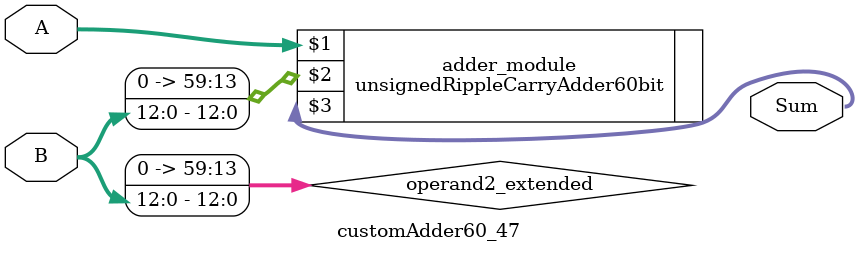
<source format=v>
module customAdder60_47(
                        input [59 : 0] A,
                        input [12 : 0] B,
                        
                        output [60 : 0] Sum
                );

        wire [59 : 0] operand2_extended;
        
        assign operand2_extended =  {47'b0, B};
        
        unsignedRippleCarryAdder60bit adder_module(
            A,
            operand2_extended,
            Sum
        );
        
        endmodule
        
</source>
